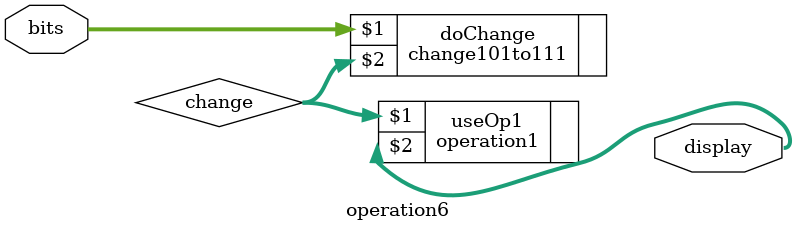
<source format=v>
`timescale 1ns / 1ps
module operation6(
    input [5:0] bits,
    output [41:0] display
    );
	 
wire [5:0] change;

change101to111 doChange(bits, change);
operation1 useOp1(change, display);


endmodule

</source>
